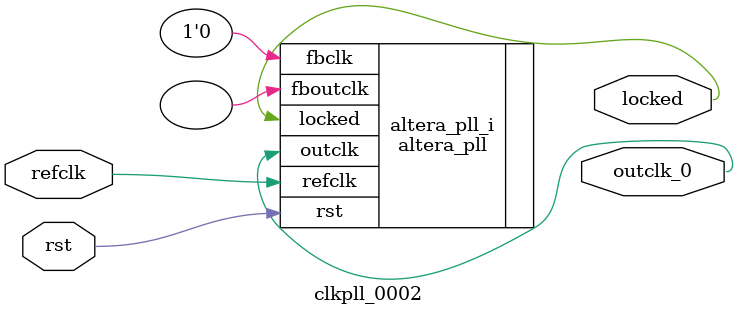
<source format=v>
`timescale 1ns/10ps
module  clkpll_0002(

	// interface 'refclk'
	input wire refclk,

	// interface 'reset'
	input wire rst,

	// interface 'outclk0'
	output wire outclk_0,

	// interface 'locked'
	output wire locked
);

	altera_pll #(
		.fractional_vco_multiplier("false"),
		.reference_clock_frequency("50.0 MHz"),
		.operation_mode("normal"),
		.number_of_clocks(1),
		.output_clock_frequency0("25.175644 MHz"),
		.phase_shift0("0 ps"),
		.duty_cycle0(50),
		.output_clock_frequency1("0 MHz"),
		.phase_shift1("0 ps"),
		.duty_cycle1(50),
		.output_clock_frequency2("0 MHz"),
		.phase_shift2("0 ps"),
		.duty_cycle2(50),
		.output_clock_frequency3("0 MHz"),
		.phase_shift3("0 ps"),
		.duty_cycle3(50),
		.output_clock_frequency4("0 MHz"),
		.phase_shift4("0 ps"),
		.duty_cycle4(50),
		.output_clock_frequency5("0 MHz"),
		.phase_shift5("0 ps"),
		.duty_cycle5(50),
		.output_clock_frequency6("0 MHz"),
		.phase_shift6("0 ps"),
		.duty_cycle6(50),
		.output_clock_frequency7("0 MHz"),
		.phase_shift7("0 ps"),
		.duty_cycle7(50),
		.output_clock_frequency8("0 MHz"),
		.phase_shift8("0 ps"),
		.duty_cycle8(50),
		.output_clock_frequency9("0 MHz"),
		.phase_shift9("0 ps"),
		.duty_cycle9(50),
		.output_clock_frequency10("0 MHz"),
		.phase_shift10("0 ps"),
		.duty_cycle10(50),
		.output_clock_frequency11("0 MHz"),
		.phase_shift11("0 ps"),
		.duty_cycle11(50),
		.output_clock_frequency12("0 MHz"),
		.phase_shift12("0 ps"),
		.duty_cycle12(50),
		.output_clock_frequency13("0 MHz"),
		.phase_shift13("0 ps"),
		.duty_cycle13(50),
		.output_clock_frequency14("0 MHz"),
		.phase_shift14("0 ps"),
		.duty_cycle14(50),
		.output_clock_frequency15("0 MHz"),
		.phase_shift15("0 ps"),
		.duty_cycle15(50),
		.output_clock_frequency16("0 MHz"),
		.phase_shift16("0 ps"),
		.duty_cycle16(50),
		.output_clock_frequency17("0 MHz"),
		.phase_shift17("0 ps"),
		.duty_cycle17(50),
		.pll_type("General"),
		.pll_subtype("General")
	) altera_pll_i (
		.rst	(rst),
		.outclk	({outclk_0}),
		.locked	(locked),
		.fboutclk	( ),
		.fbclk	(1'b0),
		.refclk	(refclk)
	);
endmodule


</source>
